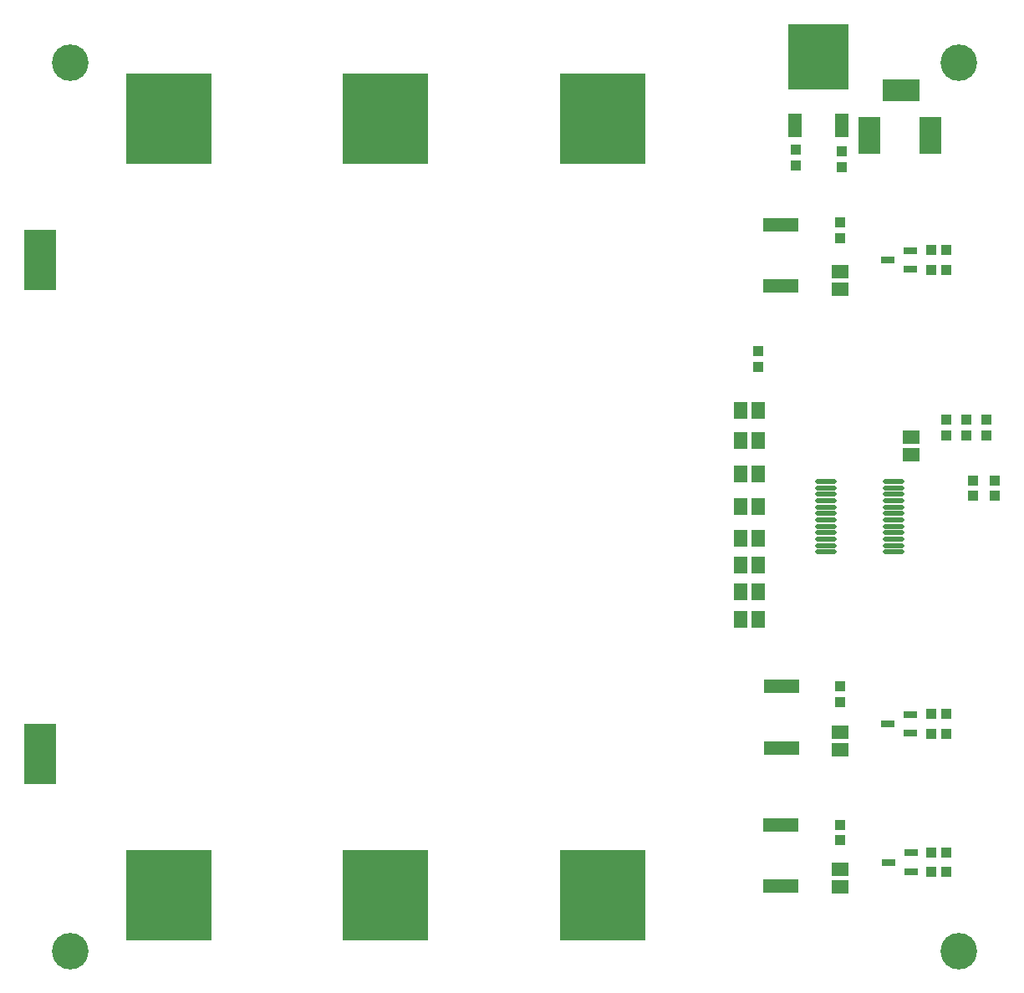
<source format=gts>
G04*
G04 #@! TF.GenerationSoftware,Altium Limited,Altium Designer,20.0.2 (26)*
G04*
G04 Layer_Color=8388736*
%FSLAX25Y25*%
%MOIN*%
G70*
G01*
G75*
%ADD28R,0.05524X0.02769*%
%ADD29R,0.03950X0.04147*%
%ADD30R,0.04147X0.03950*%
%ADD31R,0.05367X0.06587*%
%ADD32R,0.06587X0.05367*%
%ADD33O,0.08668X0.01975*%
%ADD34R,0.14265X0.05721*%
%ADD35R,0.24422X0.26390*%
%ADD36R,0.05524X0.09461*%
%ADD37R,0.34265X0.36233*%
%ADD38R,0.12611X0.24422*%
%ADD39R,0.12611X0.24422*%
%ADD40R,0.14973X0.08674*%
%ADD41R,0.08674X0.14973*%
%ADD42C,0.14580*%
D28*
X473004Y409646D02*
D03*
Y417126D02*
D03*
X464004Y413386D02*
D03*
X464173Y173228D02*
D03*
X473173Y176969D02*
D03*
Y169488D02*
D03*
X464004Y228346D02*
D03*
X473004Y232087D02*
D03*
Y224606D02*
D03*
D29*
X481123Y232283D02*
D03*
X487381D02*
D03*
X481123Y177165D02*
D03*
X487381D02*
D03*
Y224410D02*
D03*
X481123D02*
D03*
X487381Y417323D02*
D03*
X481123D02*
D03*
X487381Y409449D02*
D03*
X481123D02*
D03*
X487381Y169291D02*
D03*
X481123D02*
D03*
D30*
X444882Y237029D02*
D03*
Y243286D02*
D03*
X506693Y325570D02*
D03*
Y319312D02*
D03*
X503150Y343349D02*
D03*
Y349606D02*
D03*
X495276Y343349D02*
D03*
Y349606D02*
D03*
X487402D02*
D03*
Y343349D02*
D03*
X498032Y325570D02*
D03*
Y319312D02*
D03*
X412205Y370887D02*
D03*
Y377145D02*
D03*
X427165Y457459D02*
D03*
Y451202D02*
D03*
X445669Y456672D02*
D03*
Y450415D02*
D03*
X444882Y428326D02*
D03*
Y422068D02*
D03*
Y188168D02*
D03*
Y181911D02*
D03*
D31*
X405158Y327953D02*
D03*
X412165D02*
D03*
X405158Y270079D02*
D03*
X412165D02*
D03*
X405158Y281102D02*
D03*
X412165D02*
D03*
X405158Y291732D02*
D03*
X412165D02*
D03*
X405158Y302362D02*
D03*
X412165D02*
D03*
X405158Y314961D02*
D03*
X412165D02*
D03*
X405158Y341339D02*
D03*
X412165D02*
D03*
X405158Y353543D02*
D03*
X412165D02*
D03*
D32*
X473228Y335866D02*
D03*
Y342874D02*
D03*
X444882Y170433D02*
D03*
Y163425D02*
D03*
X444882Y408583D02*
D03*
Y401575D02*
D03*
X444882Y225157D02*
D03*
Y218150D02*
D03*
D33*
X466339Y296949D02*
D03*
Y299508D02*
D03*
Y302067D02*
D03*
Y304626D02*
D03*
Y307185D02*
D03*
Y309744D02*
D03*
Y312303D02*
D03*
Y314862D02*
D03*
Y317421D02*
D03*
Y319980D02*
D03*
Y322539D02*
D03*
Y325098D02*
D03*
X439173Y296949D02*
D03*
Y299508D02*
D03*
Y302067D02*
D03*
Y304626D02*
D03*
Y307185D02*
D03*
Y309744D02*
D03*
Y312303D02*
D03*
Y314862D02*
D03*
Y317421D02*
D03*
Y319980D02*
D03*
Y322539D02*
D03*
Y325098D02*
D03*
D34*
X421654Y218898D02*
D03*
Y243307D02*
D03*
X421260Y403150D02*
D03*
Y427559D02*
D03*
Y163779D02*
D03*
Y188189D02*
D03*
D35*
X436221Y494488D02*
D03*
D36*
X426924Y466929D02*
D03*
X445517Y466946D02*
D03*
D37*
X177165Y469882D02*
D03*
Y160039D02*
D03*
X263779D02*
D03*
Y469882D02*
D03*
X350394D02*
D03*
Y160039D02*
D03*
D38*
X125984Y413386D02*
D03*
D39*
Y216535D02*
D03*
D40*
X469291Y481102D02*
D03*
D41*
X456693Y462992D02*
D03*
X481102D02*
D03*
D42*
X492126Y492126D02*
D03*
Y137795D02*
D03*
X137795Y492126D02*
D03*
Y137795D02*
D03*
M02*

</source>
